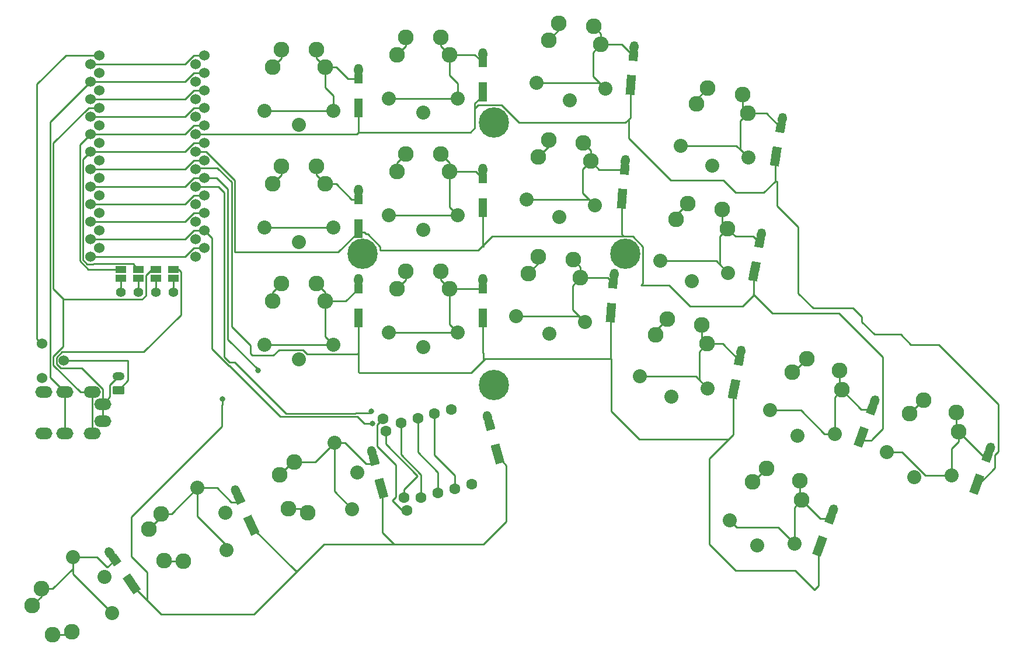
<source format=gbr>
%TF.GenerationSoftware,KiCad,Pcbnew,(6.0.4)*%
%TF.CreationDate,2022-06-17T15:21:08+10:00*%
%TF.ProjectId,luna,6c756e61-2e6b-4696-9361-645f70636258,rev?*%
%TF.SameCoordinates,Original*%
%TF.FileFunction,Copper,L1,Top*%
%TF.FilePolarity,Positive*%
%FSLAX46Y46*%
G04 Gerber Fmt 4.6, Leading zero omitted, Abs format (unit mm)*
G04 Created by KiCad (PCBNEW (6.0.4)) date 2022-06-17 15:21:08*
%MOMM*%
%LPD*%
G01*
G04 APERTURE LIST*
G04 Aperture macros list*
%AMRoundRect*
0 Rectangle with rounded corners*
0 $1 Rounding radius*
0 $2 $3 $4 $5 $6 $7 $8 $9 X,Y pos of 4 corners*
0 Add a 4 corners polygon primitive as box body*
4,1,4,$2,$3,$4,$5,$6,$7,$8,$9,$2,$3,0*
0 Add four circle primitives for the rounded corners*
1,1,$1+$1,$2,$3*
1,1,$1+$1,$4,$5*
1,1,$1+$1,$6,$7*
1,1,$1+$1,$8,$9*
0 Add four rect primitives between the rounded corners*
20,1,$1+$1,$2,$3,$4,$5,0*
20,1,$1+$1,$4,$5,$6,$7,0*
20,1,$1+$1,$6,$7,$8,$9,0*
20,1,$1+$1,$8,$9,$2,$3,0*%
%AMHorizOval*
0 Thick line with rounded ends*
0 $1 width*
0 $2 $3 position (X,Y) of the first rounded end (center of the circle)*
0 $4 $5 position (X,Y) of the second rounded end (center of the circle)*
0 Add line between two ends*
20,1,$1,$2,$3,$4,$5,0*
0 Add two circle primitives to create the rounded ends*
1,1,$1,$2,$3*
1,1,$1,$4,$5*%
%AMRotRect*
0 Rectangle, with rotation*
0 The origin of the aperture is its center*
0 $1 length*
0 $2 width*
0 $3 Rotation angle, in degrees counterclockwise*
0 Add horizontal line*
21,1,$1,$2,0,0,$3*%
G04 Aperture macros list end*
%TA.AperFunction,ComponentPad*%
%ADD10RotRect,1.778000X1.300000X115.000000*%
%TD*%
%TA.AperFunction,SMDPad,CuDef*%
%ADD11RotRect,1.400000X1.300000X295.000000*%
%TD*%
%TA.AperFunction,ComponentPad*%
%ADD12HorizOval,1.300000X-0.101006X0.216608X0.101006X-0.216608X0*%
%TD*%
%TA.AperFunction,SMDPad,CuDef*%
%ADD13RotRect,1.400000X1.300000X250.000000*%
%TD*%
%TA.AperFunction,ComponentPad*%
%ADD14RotRect,1.778000X1.300000X70.000000*%
%TD*%
%TA.AperFunction,ComponentPad*%
%ADD15HorizOval,1.300000X0.081743X0.224587X-0.081743X-0.224587X0*%
%TD*%
%TA.AperFunction,SMDPad,CuDef*%
%ADD16RotRect,1.400000X1.300000X260.000000*%
%TD*%
%TA.AperFunction,ComponentPad*%
%ADD17RotRect,1.778000X1.300000X80.000000*%
%TD*%
%TA.AperFunction,ComponentPad*%
%ADD18HorizOval,1.300000X0.041502X0.235369X-0.041502X-0.235369X0*%
%TD*%
%TA.AperFunction,ComponentPad*%
%ADD19C,2.286000*%
%TD*%
%TA.AperFunction,ComponentPad*%
%ADD20C,2.032000*%
%TD*%
%TA.AperFunction,SMDPad,CuDef*%
%ADD21RotRect,1.400000X1.300000X265.000000*%
%TD*%
%TA.AperFunction,ComponentPad*%
%ADD22RotRect,1.778000X1.300000X85.000000*%
%TD*%
%TA.AperFunction,ComponentPad*%
%ADD23HorizOval,1.300000X0.020830X0.238091X-0.020830X-0.238091X0*%
%TD*%
%TA.AperFunction,ComponentPad*%
%ADD24R,1.300000X1.778000*%
%TD*%
%TA.AperFunction,SMDPad,CuDef*%
%ADD25R,1.300000X1.400000*%
%TD*%
%TA.AperFunction,ComponentPad*%
%ADD26O,1.300000X1.778000*%
%TD*%
%TA.AperFunction,SMDPad,CuDef*%
%ADD27RotRect,1.400000X1.300000X305.000000*%
%TD*%
%TA.AperFunction,ComponentPad*%
%ADD28RotRect,1.778000X1.300000X125.000000*%
%TD*%
%TA.AperFunction,ComponentPad*%
%ADD29HorizOval,1.300000X-0.137085X0.195777X0.137085X-0.195777X0*%
%TD*%
%TA.AperFunction,ComponentPad*%
%ADD30RotRect,1.778000X1.300000X105.000000*%
%TD*%
%TA.AperFunction,SMDPad,CuDef*%
%ADD31RotRect,1.400000X1.300000X285.000000*%
%TD*%
%TA.AperFunction,ComponentPad*%
%ADD32HorizOval,1.300000X-0.061858X0.230856X0.061858X-0.230856X0*%
%TD*%
%TA.AperFunction,ComponentPad*%
%ADD33O,2.500000X1.700000*%
%TD*%
%TA.AperFunction,ComponentPad*%
%ADD34C,1.524000*%
%TD*%
%TA.AperFunction,SMDPad,CuDef*%
%ADD35R,1.500000X1.000000*%
%TD*%
%TA.AperFunction,ComponentPad*%
%ADD36C,4.400000*%
%TD*%
%TA.AperFunction,ComponentPad*%
%ADD37C,1.600000*%
%TD*%
%TA.AperFunction,ComponentPad*%
%ADD38C,1.397000*%
%TD*%
%TA.AperFunction,ComponentPad*%
%ADD39RoundRect,0.250000X0.625000X-0.350000X0.625000X0.350000X-0.625000X0.350000X-0.625000X-0.350000X0*%
%TD*%
%TA.AperFunction,ComponentPad*%
%ADD40O,1.750000X1.200000*%
%TD*%
%TA.AperFunction,ViaPad*%
%ADD41C,0.800000*%
%TD*%
%TA.AperFunction,Conductor*%
%ADD42C,0.250000*%
%TD*%
G04 APERTURE END LIST*
D10*
%TO.P,D8,1,K*%
%TO.N,ROW3*%
X124542789Y-131782552D03*
D11*
X124025081Y-130672325D03*
D12*
%TO.P,D8,2,A*%
%TO.N,Net-(D8-Pad2)*%
X122007079Y-126344706D03*
D11*
X122524787Y-127454933D03*
%TD*%
D13*
%TO.P,D19,1,K*%
%TO.N,ROW0*%
X229768615Y-124694841D03*
D14*
X229349641Y-125845965D03*
D13*
%TO.P,D19,2,A*%
%TO.N,Net-(D19-Pad2)*%
X230982787Y-121358933D03*
D15*
X231401761Y-120207809D03*
%TD*%
D16*
%TO.P,D14,1,K*%
%TO.N,ROW1*%
X197387616Y-93803390D03*
D17*
X197174897Y-95009779D03*
D16*
%TO.P,D14,2,A*%
%TO.N,Net-(D14-Pad2)*%
X198004068Y-90307322D03*
D18*
X198216787Y-89100933D03*
%TD*%
D19*
%TO.P,S4,1,1*%
%TO.N,COL0*%
X95436379Y-147181347D03*
X98245467Y-146764786D03*
D20*
X102973784Y-138802832D03*
%TO.P,S4,2,2*%
%TO.N,Net-(D4-Pad2)*%
X98385683Y-135911582D03*
D19*
X92522610Y-143020055D03*
X93874815Y-140522848D03*
D20*
X104121447Y-144103103D03*
%TD*%
D19*
%TO.P,S3,1,1*%
%TO.N,COL0*%
X127396787Y-98802933D03*
D20*
X131206787Y-107242933D03*
D19*
X128666787Y-96262933D03*
%TO.P,S3,2,2*%
%TO.N,Net-(D3-Pad2)*%
X135016787Y-98802933D03*
D20*
X126206787Y-105142933D03*
X136206787Y-105142933D03*
D19*
X133746787Y-96262933D03*
%TD*%
D21*
%TO.P,D11,1,K*%
%TO.N,ROW2*%
X176472086Y-99759179D03*
D22*
X176365320Y-100979517D03*
D21*
%TO.P,D11,2,A*%
%TO.N,Net-(D11-Pad2)*%
X176781488Y-96222687D03*
D23*
X176888254Y-95002349D03*
%TD*%
D24*
%TO.P,D6,1,K*%
%TO.N,ROW1*%
X157830787Y-85747933D03*
D25*
X157830787Y-84522933D03*
D26*
%TO.P,D6,2,A*%
%TO.N,Net-(D6-Pad2)*%
X157830787Y-79747933D03*
D25*
X157830787Y-80972933D03*
%TD*%
D14*
%TO.P,D17,1,K*%
%TO.N,ROW1*%
X212585641Y-118987965D03*
D13*
X213004615Y-117836841D03*
D15*
%TO.P,D17,2,A*%
%TO.N,sw25*%
X214637761Y-113349809D03*
D13*
X214218787Y-114500933D03*
%TD*%
D27*
%TO.P,D4,1,K*%
%TO.N,ROW3*%
X106526983Y-139252923D03*
D28*
X107229614Y-140256384D03*
D27*
%TO.P,D4,2,A*%
%TO.N,Net-(D4-Pad2)*%
X104490787Y-136344933D03*
D29*
X103788156Y-135341472D03*
%TD*%
D19*
%TO.P,S1,1,1*%
%TO.N,COL0*%
X128666787Y-62262933D03*
D20*
X131206787Y-73242933D03*
D19*
X127396787Y-64802933D03*
%TO.P,S1,2,2*%
%TO.N,Net-(D1-Pad2)*%
X133746787Y-62262933D03*
X135016787Y-64802933D03*
D20*
X126206787Y-71142933D03*
X136206787Y-71142933D03*
%TD*%
D13*
%TO.P,D18,1,K*%
%TO.N,ROW2*%
X207007701Y-133694887D03*
D14*
X206588727Y-134846011D03*
D15*
%TO.P,D18,2,A*%
%TO.N,Net-(D18-Pad2)*%
X208640847Y-129207855D03*
D13*
X208221873Y-130358979D03*
%TD*%
D24*
%TO.P,D5,1,K*%
%TO.N,ROW0*%
X157830787Y-68938933D03*
D25*
X157830787Y-67713933D03*
D26*
%TO.P,D5,2,A*%
%TO.N,Net-(D5-Pad2)*%
X157830787Y-62938933D03*
D25*
X157830787Y-64163933D03*
%TD*%
D19*
%TO.P,S6,1,1*%
%TO.N,COL1*%
X146666787Y-77487242D03*
X145396787Y-80027242D03*
D20*
X149206787Y-88467242D03*
%TO.P,S6,2,2*%
%TO.N,Net-(D6-Pad2)*%
X154206787Y-86367242D03*
D19*
X151746787Y-77487242D03*
D20*
X144206787Y-86367242D03*
D19*
X153016787Y-80027242D03*
%TD*%
D20*
%TO.P,S17,1,1*%
%TO.N,COL4*%
X203468081Y-118320186D03*
D19*
X204836643Y-107133630D03*
X202774502Y-109086084D03*
D20*
%TO.P,S17,2,2*%
%TO.N,sw25*%
X208884787Y-118056933D03*
D19*
X209934960Y-111692277D03*
D20*
X199487860Y-114636731D03*
D19*
X209610283Y-108871093D03*
%TD*%
D22*
%TO.P,D10,1,K*%
%TO.N,ROW1*%
X177988619Y-84459763D03*
D21*
X178095385Y-83239425D03*
D23*
%TO.P,D10,2,A*%
%TO.N,Net-(D10-Pad2)*%
X178511553Y-78482595D03*
D21*
X178404787Y-79702933D03*
%TD*%
D20*
%TO.P,S12,1,1*%
%TO.N,COL2*%
X139653749Y-123641901D03*
D19*
X132487436Y-129506511D03*
X129705284Y-128937185D03*
D20*
%TO.P,S12,2,2*%
%TO.N,Net-(D12-Pad2)*%
X138919400Y-129015050D03*
D19*
X130515235Y-122146156D03*
D20*
X136331210Y-119355791D03*
D19*
X128390483Y-124030282D03*
%TD*%
D20*
%TO.P,S10,1,1*%
%TO.N,COL2*%
X168976544Y-86575629D03*
D19*
X167403180Y-75416035D03*
X165916637Y-77835682D03*
%TO.P,S10,2,2*%
%TO.N,Net-(D10-Pad2)*%
X173507640Y-78499809D03*
D20*
X164178598Y-84047841D03*
D19*
X172463849Y-75858787D03*
D20*
X174140545Y-84919399D03*
%TD*%
D22*
%TO.P,D9,1,K*%
%TO.N,ROW0*%
X179258619Y-67949763D03*
D21*
X179365385Y-66729425D03*
D23*
%TO.P,D9,2,A*%
%TO.N,Net-(D9-Pad2)*%
X179781553Y-61972595D03*
D21*
X179674787Y-63192933D03*
%TD*%
D30*
%TO.P,D16,1,K*%
%TO.N,ROW3*%
X160131244Y-121462710D03*
D31*
X159814191Y-120279451D03*
D32*
%TO.P,D16,2,A*%
%TO.N,Net-(D16-Pad2)*%
X158578330Y-115667156D03*
D31*
X158895383Y-116850415D03*
%TD*%
D19*
%TO.P,S7,1,1*%
%TO.N,COL1*%
X145396787Y-97027242D03*
D20*
X149206787Y-105467242D03*
D19*
X146666787Y-94487242D03*
%TO.P,S7,2,2*%
%TO.N,Net-(D7-Pad2)*%
X151746787Y-94487242D03*
X153016787Y-97027242D03*
D20*
X154206787Y-103367242D03*
X144206787Y-103367242D03*
%TD*%
D33*
%TO.P,J1,1*%
%TO.N,VCC*%
X101234000Y-117964000D03*
X101234000Y-112014000D03*
%TO.P,J1,2*%
%TO.N,SERIAL*%
X97234000Y-117964000D03*
X97234000Y-112014000D03*
%TO.P,J1,3*%
%TO.N,unconnected-(J1-Pad3)*%
X94234000Y-112014000D03*
X94234000Y-117964000D03*
%TO.P,J1,4*%
%TO.N,GND*%
X102734000Y-116214000D03*
X102734000Y-113764000D03*
%TD*%
D31*
%TO.P,D12,1,K*%
%TO.N,ROW3*%
X143001595Y-125295969D03*
D30*
X143318648Y-126479228D03*
D31*
%TO.P,D12,2,A*%
%TO.N,Net-(D12-Pad2)*%
X142082787Y-121866933D03*
D32*
X141765734Y-120683674D03*
%TD*%
D19*
%TO.P,S18,1,1*%
%TO.N,COL4*%
X196960159Y-125060860D03*
D20*
X197653738Y-134294962D03*
D19*
X199022300Y-123108406D03*
%TO.P,S18,2,2*%
%TO.N,Net-(D18-Pad2)*%
X204120617Y-127667053D03*
D20*
X193673517Y-130611507D03*
D19*
X203795939Y-124845869D03*
D20*
X203070444Y-134031709D03*
%TD*%
D34*
%TO.P,SW2,1,A*%
%TO.N,BAT+*%
X93904000Y-104942000D03*
%TO.P,SW2,2,B*%
%TO.N,Net-(J3-Pad1)*%
X97104000Y-107442000D03*
%TO.P,SW2,3*%
%TO.N,N/C*%
X93904000Y-109942000D03*
%TD*%
D19*
%TO.P,S5,1,1*%
%TO.N,COL1*%
X145396787Y-63027242D03*
D20*
X149206787Y-71467242D03*
D19*
X146666787Y-60487242D03*
%TO.P,S5,2,2*%
%TO.N,Net-(D5-Pad2)*%
X153016787Y-63027242D03*
X151746787Y-60487242D03*
D20*
X154206787Y-69367242D03*
X144206787Y-69367242D03*
%TD*%
%TO.P,S2,1,1*%
%TO.N,COL0*%
X131206787Y-90242933D03*
D19*
X128666787Y-79262933D03*
X127396787Y-81802933D03*
%TO.P,S2,2,2*%
%TO.N,Net-(D2-Pad2)*%
X133746787Y-79262933D03*
D20*
X126206787Y-88142933D03*
X136206787Y-88142933D03*
D19*
X135016787Y-81802933D03*
%TD*%
D35*
%TO.P,JP5,1,A*%
%TO.N,GND*%
X113030000Y-94204000D03*
%TO.P,JP5,2,B*%
%TO.N,Net-(J2-Pad4)*%
X113030000Y-95504000D03*
%TD*%
%TO.P,JP3,1,A*%
%TO.N,Net-(J2-Pad3)*%
X110490000Y-95504000D03*
%TO.P,JP3,2,B*%
%TO.N,VCC*%
X110490000Y-94204000D03*
%TD*%
D19*
%TO.P,S19,1,1*%
%TO.N,COL4*%
X221789728Y-113183892D03*
X219727587Y-115136346D03*
D20*
X220421166Y-124370448D03*
%TO.P,S19,2,2*%
%TO.N,Net-(D19-Pad2)*%
X216440945Y-120686993D03*
X225837872Y-124107195D03*
D19*
X226563367Y-114921355D03*
X226888045Y-117742539D03*
%TD*%
D25*
%TO.P,D1,1,K*%
%TO.N,ROW0*%
X139796787Y-70044933D03*
D24*
X139796787Y-71269933D03*
D25*
%TO.P,D1,2,A*%
%TO.N,Net-(D1-Pad2)*%
X139796787Y-66494933D03*
D26*
X139796787Y-65269933D03*
%TD*%
D36*
%TO.P,REF\u002A\u002A,1*%
%TO.N,N/C*%
X159512000Y-110998000D03*
X178562000Y-91948000D03*
X140462000Y-91948000D03*
X159512000Y-72898000D03*
%TD*%
D20*
%TO.P,S9,1,1*%
%TO.N,COL2*%
X170458193Y-69640319D03*
D19*
X168884829Y-58480725D03*
X167398286Y-60900372D03*
D20*
%TO.P,S9,2,2*%
%TO.N,Net-(D9-Pad2)*%
X175622194Y-67984089D03*
D19*
X174989289Y-61564499D03*
X173945498Y-58923477D03*
D20*
X165660247Y-67112531D03*
%TD*%
D25*
%TO.P,D2,1,K*%
%TO.N,ROW1*%
X139796787Y-87573933D03*
D24*
X139796787Y-88798933D03*
D25*
%TO.P,D2,2,A*%
%TO.N,Net-(D2-Pad2)*%
X139796787Y-84023933D03*
D26*
X139796787Y-82798933D03*
%TD*%
D37*
%TO.P,S16,A*%
%TO.N,Enc1*%
X148882188Y-127338195D03*
%TO.P,S16,B*%
%TO.N,GND*%
X151335639Y-126680795D03*
%TO.P,S16,C*%
%TO.N,Enc2*%
X153789091Y-126023395D03*
%TO.P,S16,D*%
%TO.N,N/C*%
X156242543Y-125365994D03*
%TO.P,S16,S1*%
%TO.N,Net-(D16-Pad2)*%
X146890678Y-129140032D03*
%TO.P,S16,S2*%
%TO.N,COL3*%
X146411863Y-127353069D03*
%TD*%
D19*
%TO.P,S8,1,1*%
%TO.N,COL1*%
X111621079Y-136498995D03*
X114459826Y-136576555D03*
D20*
X120498888Y-129556624D03*
D19*
%TO.P,S8,2,2*%
%TO.N,Net-(D8-Pad2)*%
X109474178Y-131894951D03*
D20*
X116482550Y-125912584D03*
X120708733Y-134975662D03*
D19*
X111239475Y-129670490D03*
%TD*%
D38*
%TO.P,J2,1,Pin_1*%
%TO.N,Net-(J2-Pad1)*%
X105410000Y-97536000D03*
%TO.P,J2,2,Pin_2*%
%TO.N,Net-(J2-Pad2)*%
X107950000Y-97536000D03*
%TO.P,J2,3,Pin_3*%
%TO.N,Net-(J2-Pad3)*%
X110490000Y-97536000D03*
%TO.P,J2,4,Pin_4*%
%TO.N,Net-(J2-Pad4)*%
X113030000Y-97536000D03*
%TD*%
D25*
%TO.P,D3,1,K*%
%TO.N,ROW2*%
X139796787Y-100527933D03*
D24*
X139796787Y-101752933D03*
D25*
%TO.P,D3,2,A*%
%TO.N,Net-(D3-Pad2)*%
X139796787Y-96977933D03*
D26*
X139796787Y-95752933D03*
%TD*%
D34*
%TO.P,U11,1,TX0/D3*%
%TO.N,NA*%
X117488900Y-63119000D03*
X100942500Y-64389000D03*
%TO.P,U11,2,RX1/D2*%
%TO.N,SERIAL*%
X100942500Y-66929000D03*
X117488900Y-65659000D03*
%TO.P,U11,3,GND*%
%TO.N,GND*%
X100942500Y-69469000D03*
X117488900Y-68199000D03*
%TO.P,U11,4,GND*%
X100942500Y-72009000D03*
X117488900Y-70739000D03*
%TO.P,U11,5,2/D1/SDA*%
%TO.N,SDA*%
X100942500Y-74549000D03*
X117488900Y-73279000D03*
%TO.P,U11,6,3/D0/SCL*%
%TO.N,SCL*%
X117488900Y-75819000D03*
X100942500Y-77089000D03*
%TO.P,U11,7,4/D4*%
%TO.N,N/C*%
X100942500Y-79629000D03*
X117488900Y-78359000D03*
%TO.P,U11,8,5/C6*%
%TO.N,ROW3*%
X100942500Y-82169000D03*
X117488900Y-80899000D03*
%TO.P,U11,9,6/D7*%
%TO.N,TP_DATA*%
X117488900Y-83439000D03*
X100942500Y-84709000D03*
%TO.P,U11,10,7/E6*%
%TO.N,TP_CLK*%
X117488900Y-85979000D03*
X100942500Y-87249000D03*
%TO.P,U11,11,8/B4*%
%TO.N,Enc1*%
X100942500Y-89789000D03*
X117488900Y-88519000D03*
%TO.P,U11,12,9/B5*%
%TO.N,COL4*%
X117488900Y-91059000D03*
X100942500Y-92329000D03*
%TO.P,U11,13,B6/10*%
%TO.N,COL3*%
X102268900Y-91059000D03*
X116182500Y-92329000D03*
%TO.P,U11,14,B2/16*%
%TO.N,COL2*%
X102268900Y-88519000D03*
X116182500Y-89789000D03*
%TO.P,U11,15,B3/14*%
%TO.N,COL1*%
X102268900Y-85979000D03*
X116182500Y-87249000D03*
%TO.P,U11,16,B1/15*%
%TO.N,COL0*%
X102268900Y-83439000D03*
X116182500Y-84709000D03*
%TO.P,U11,17,F7/A0*%
%TO.N,Enc2*%
X116182500Y-82169000D03*
X102268900Y-80899000D03*
%TO.P,U11,18,F6/A1*%
%TO.N,ROW2*%
X102268900Y-78359000D03*
X116182500Y-79629000D03*
%TO.P,U11,19,F5/A2*%
%TO.N,ROW1*%
X116182500Y-77089000D03*
X102268900Y-75819000D03*
%TO.P,U11,20,F4/A3*%
%TO.N,ROW0*%
X116182500Y-74549000D03*
X102268900Y-73279000D03*
%TO.P,U11,21,VCC*%
%TO.N,VCC*%
X116182500Y-72009000D03*
X102268900Y-70739000D03*
%TO.P,U11,22,RST*%
%TO.N,RESET*%
X116182500Y-69469000D03*
X102268900Y-68199000D03*
%TO.P,U11,23,GND*%
%TO.N,GND*%
X116182500Y-66929000D03*
X102268900Y-65659000D03*
%TO.P,U11,24,RAW*%
%TO.N,BAT+*%
X116182500Y-64389000D03*
X102268900Y-63119000D03*
%TD*%
D25*
%TO.P,D7,1,K*%
%TO.N,ROW2*%
X157830787Y-100524933D03*
D24*
X157830787Y-101749933D03*
D26*
%TO.P,D7,2,A*%
%TO.N,Net-(D7-Pad2)*%
X157830787Y-95749933D03*
D25*
X157830787Y-96974933D03*
%TD*%
D39*
%TO.P,J3,1,Pin_1*%
%TO.N,Net-(J3-Pad1)*%
X104992000Y-111744000D03*
D40*
%TO.P,J3,2,Pin_2*%
%TO.N,GND*%
X104992000Y-109744000D03*
%TD*%
D19*
%TO.P,S15,1,1*%
%TO.N,COL3*%
X182905698Y-103673385D03*
D20*
X185192225Y-112646762D03*
D19*
X184597470Y-101392506D03*
D20*
%TO.P,S15,2,2*%
%TO.N,Net-(D15-Pad2)*%
X180632847Y-109710425D03*
D19*
X190409933Y-104996584D03*
X189600293Y-102274639D03*
D20*
X190480925Y-111446906D03*
%TD*%
%TO.P,S11,1,1*%
%TO.N,COL2*%
X167494898Y-103510938D03*
D19*
X164434991Y-94770991D03*
X165921534Y-92351344D03*
D20*
%TO.P,S11,2,2*%
%TO.N,Net-(D11-Pad2)*%
X172658899Y-101854708D03*
D19*
X170982203Y-92794096D03*
D20*
X162696952Y-100983150D03*
D19*
X172025994Y-95435118D03*
%TD*%
%TO.P,S14,1,1*%
%TO.N,COL3*%
X185857718Y-86931654D03*
X187549490Y-84650775D03*
D20*
X188144245Y-95905031D03*
%TO.P,S14,2,2*%
%TO.N,Net-(D14-Pad2)*%
X183584867Y-92968694D03*
X193432945Y-94705175D03*
D19*
X193361953Y-88254853D03*
X192552313Y-85532908D03*
%TD*%
D20*
%TO.P,S13,1,1*%
%TO.N,COL3*%
X191096263Y-79163299D03*
D19*
X190501508Y-67909043D03*
X188809736Y-70189922D03*
D20*
%TO.P,S13,2,2*%
%TO.N,Net-(D13-Pad2)*%
X186536885Y-76226962D03*
D19*
X195504331Y-68791176D03*
X196313971Y-71513121D03*
D20*
X196384963Y-77963443D03*
%TD*%
D16*
%TO.P,D13,1,K*%
%TO.N,ROW0*%
X200461429Y-77103001D03*
D17*
X200248710Y-78309390D03*
D18*
%TO.P,D13,2,A*%
%TO.N,Net-(D13-Pad2)*%
X201290600Y-72400544D03*
D16*
X201077881Y-73606933D03*
%TD*%
D35*
%TO.P,JP7,1,A*%
%TO.N,SCL*%
X107950000Y-94204000D03*
%TO.P,JP7,2,B*%
%TO.N,Net-(J2-Pad2)*%
X107950000Y-95504000D03*
%TD*%
D17*
%TO.P,D15,1,K*%
%TO.N,ROW2*%
X194206100Y-112091390D03*
D16*
X194418819Y-110885001D03*
%TO.P,D15,2,A*%
%TO.N,Net-(D15-Pad2)*%
X195035271Y-107388933D03*
D18*
X195247990Y-106182544D03*
%TD*%
D35*
%TO.P,JP1,1,A*%
%TO.N,Net-(J2-Pad1)*%
X105410000Y-95504000D03*
%TO.P,JP1,2,B*%
%TO.N,SDA*%
X105410000Y-94204000D03*
%TD*%
D37*
%TO.P,S16,A*%
%TO.N,Enc1*%
X145970473Y-116471530D03*
%TO.P,S16,B*%
%TO.N,GND*%
X148423925Y-115814129D03*
%TO.P,S16,C*%
%TO.N,Enc2*%
X150877377Y-115156729D03*
%TO.P,S16,D*%
%TO.N,N/C*%
X153330828Y-114499329D03*
%TO.P,S16,S1*%
%TO.N,Net-(D16-Pad2)*%
X143344857Y-115906848D03*
%TO.P,S16,S2*%
%TO.N,COL3*%
X143823673Y-117693811D03*
%TD*%
D41*
%TO.N,ROW3*%
X125293830Y-108866655D03*
X120142000Y-113030000D03*
%TO.N,Enc1*%
X141836724Y-116553721D03*
%TO.N,Enc2*%
X141732000Y-114808000D03*
%TD*%
D42*
%TO.N,ROW0*%
X203454000Y-87899414D02*
X203454000Y-87884000D01*
X203573293Y-88018707D02*
X203454000Y-87899414D01*
X200563290Y-84993290D02*
X203454000Y-87884000D01*
X200563290Y-81437290D02*
X200563290Y-84993290D01*
X219964000Y-105156000D02*
X224028000Y-105156000D01*
X218449371Y-103641371D02*
X219964000Y-105156000D01*
X214639371Y-103641371D02*
X218449371Y-103641371D01*
X212852000Y-101854000D02*
X214639371Y-103641371D01*
X212852000Y-101097601D02*
X212852000Y-101854000D01*
X211580686Y-99826287D02*
X212852000Y-101097601D01*
X205744287Y-99826287D02*
X211580686Y-99826287D01*
X203573293Y-88018707D02*
X203573293Y-97655293D01*
X200248710Y-81437290D02*
X200563290Y-81437290D01*
X203573293Y-97655293D02*
X205744287Y-99826287D01*
X232664000Y-113792000D02*
X232664000Y-118364000D01*
X224025127Y-105153127D02*
X232664000Y-113792000D01*
%TO.N,VCC*%
X95567969Y-108078246D02*
X95567969Y-106805754D01*
X95567969Y-75846971D02*
X100675940Y-70739000D01*
X109024511Y-97985489D02*
X108450989Y-98559011D01*
X100675940Y-70739000D02*
X102268900Y-70739000D01*
X97098980Y-98559011D02*
X95567969Y-97028000D01*
X101234000Y-112014000D02*
X99503723Y-112014000D01*
X97028000Y-105345723D02*
X97028000Y-98552000D01*
X95567969Y-97028000D02*
X95567969Y-75846971D01*
X101234000Y-117964000D02*
X101209480Y-117939480D01*
X95567969Y-106805754D02*
X96709723Y-105664000D01*
X108450989Y-98559011D02*
X97098980Y-98559011D01*
X96709723Y-105664000D02*
X97028000Y-105345723D01*
X99503723Y-112014000D02*
X95567969Y-108078246D01*
X110490000Y-94204000D02*
X109890978Y-94204000D01*
X109890978Y-94204000D02*
X109024511Y-95070467D01*
X109024511Y-95070467D02*
X109024511Y-97985489D01*
X101209480Y-112038520D02*
X101234000Y-112014000D01*
X101209480Y-117939480D02*
X101209480Y-112038520D01*
%TO.N,ROW0*%
X116216944Y-74583444D02*
X116182500Y-74549000D01*
X157830787Y-68938933D02*
X156718000Y-70051720D01*
X232664000Y-118110000D02*
X232664000Y-120650000D01*
X198628000Y-83058000D02*
X194564000Y-83058000D01*
X200248710Y-78309390D02*
X200248710Y-81437290D01*
X157226000Y-70358000D02*
X156718000Y-70866000D01*
X156718000Y-70051720D02*
X156718000Y-73660000D01*
X179258619Y-72201381D02*
X178562000Y-72898000D01*
X160542199Y-70358000D02*
X157226000Y-70358000D01*
X232157521Y-123038085D02*
X232157521Y-121156479D01*
X179258619Y-67949763D02*
X179258619Y-72201381D01*
X194564000Y-83058000D02*
X192786000Y-81280000D01*
X139796787Y-74325213D02*
X156052787Y-74325213D01*
X139796787Y-74325213D02*
X139538556Y-74583444D01*
X139796787Y-71269933D02*
X139796787Y-74325213D01*
X179070000Y-75184000D02*
X179070000Y-72390000D01*
X232664000Y-120650000D02*
X232156000Y-121158000D01*
X192786000Y-81280000D02*
X185166000Y-81280000D01*
X163082199Y-72898000D02*
X160542199Y-70358000D01*
X185166000Y-81280000D02*
X179070000Y-75184000D01*
X139538556Y-74583444D02*
X116216944Y-74583444D01*
X156052787Y-74325213D02*
X156718000Y-73660000D01*
X156718000Y-73660000D02*
X156718000Y-73152000D01*
X200248710Y-81437290D02*
X198628000Y-83058000D01*
X229349641Y-125845965D02*
X232157521Y-123038085D01*
X178562000Y-72898000D02*
X163082199Y-72898000D01*
%TO.N,Net-(D1-Pad2)*%
X138325233Y-66494933D02*
X139796787Y-66494933D01*
X135016787Y-64802933D02*
X133746787Y-63532933D01*
X135016787Y-64802933D02*
X135016787Y-67805941D01*
X136206787Y-68995941D02*
X136206787Y-71142933D01*
X136206787Y-71142933D02*
X126206787Y-71142933D01*
X133746787Y-63532933D02*
X133746787Y-62262933D01*
X135016787Y-64802933D02*
X136633233Y-64802933D01*
X136633233Y-64802933D02*
X138325233Y-66494933D01*
X135016787Y-67805941D02*
X136206787Y-68995941D01*
%TO.N,ROW1*%
X136901720Y-91694000D02*
X121920000Y-91694000D01*
X179592199Y-89408000D02*
X178308000Y-89408000D01*
X140970000Y-89072146D02*
X141156345Y-89072146D01*
X180848000Y-96520000D02*
X181086511Y-96281489D01*
X212585641Y-118987965D02*
X214260035Y-118987965D01*
X181086511Y-96281489D02*
X181086511Y-90902312D01*
X178308000Y-89408000D02*
X177988619Y-89088619D01*
X184912000Y-96520000D02*
X180848000Y-96520000D01*
X199898000Y-100584000D02*
X197104000Y-97790000D01*
X141156345Y-89072146D02*
X143002000Y-90917801D01*
X159258000Y-89408000D02*
X178308000Y-89408000D01*
X209550000Y-100584000D02*
X201930000Y-100584000D01*
X117755460Y-77089000D02*
X116182500Y-77089000D01*
X140696787Y-88798933D02*
X140970000Y-89072146D01*
X157830787Y-90774787D02*
X157988000Y-90932000D01*
X143002000Y-90917801D02*
X143002000Y-91440000D01*
X121920000Y-81253540D02*
X117755460Y-77089000D01*
X197174897Y-97973103D02*
X195580000Y-99568000D01*
X214376000Y-118872000D02*
X215900000Y-117348000D01*
X187960000Y-99568000D02*
X184912000Y-96520000D01*
X215900000Y-106934000D02*
X214630000Y-105664000D01*
X201930000Y-100584000D02*
X199898000Y-100584000D01*
X121920000Y-91694000D02*
X121920000Y-81253540D01*
X214630000Y-105664000D02*
X209550000Y-100584000D01*
X139796787Y-88798933D02*
X140696787Y-88798933D01*
X177988619Y-89088619D02*
X177988619Y-84459763D01*
X157226000Y-91440000D02*
X159258000Y-89408000D01*
X215900000Y-117348000D02*
X215900000Y-106934000D01*
X195580000Y-99568000D02*
X187960000Y-99568000D01*
X181086511Y-90902312D02*
X179592199Y-89408000D01*
X157830787Y-85747933D02*
X157830787Y-90774787D01*
X214260035Y-118987965D02*
X214376000Y-118872000D01*
X139796787Y-88798933D02*
X136901720Y-91694000D01*
X143002000Y-91440000D02*
X157226000Y-91440000D01*
X197174897Y-95009779D02*
X197174897Y-97973103D01*
%TO.N,Net-(D2-Pad2)*%
X138854233Y-84023933D02*
X139796787Y-84023933D01*
X126206787Y-88142933D02*
X136206787Y-88142933D01*
X133746787Y-80532933D02*
X133746787Y-79262933D01*
X135016787Y-81802933D02*
X133746787Y-80532933D01*
X136633233Y-81802933D02*
X138854233Y-84023933D01*
X135016787Y-81802933D02*
X136633233Y-81802933D01*
%TO.N,ROW2*%
X139796787Y-106329213D02*
X139796787Y-109062787D01*
X157830787Y-101749933D02*
X157830787Y-106268787D01*
X176530000Y-114808000D02*
X180594000Y-118872000D01*
X121470480Y-102512430D02*
X121470480Y-81534000D01*
X190754000Y-134112000D02*
X194564000Y-137922000D01*
X139642556Y-106483444D02*
X132343068Y-106483444D01*
X139796787Y-106329213D02*
X139642556Y-106483444D01*
X124460000Y-106680000D02*
X124206000Y-106426000D01*
X157988000Y-106426000D02*
X157988000Y-107442000D01*
X158242000Y-107188000D02*
X176276000Y-107188000D01*
X156210000Y-109220000D02*
X157988000Y-107442000D01*
X205994000Y-140716000D02*
X206588727Y-140121273D01*
X194206100Y-112091390D02*
X194206100Y-118213900D01*
X124206000Y-105247950D02*
X121470480Y-102512430D01*
X157830787Y-106268787D02*
X157988000Y-106426000D01*
X124206000Y-106426000D02*
X124206000Y-105247950D01*
X180594000Y-118872000D02*
X193548000Y-118872000D01*
X132343068Y-106483444D02*
X131762046Y-105902422D01*
X119381991Y-79445511D02*
X116896489Y-79445511D01*
X139796787Y-101752933D02*
X139796787Y-106329213D01*
X127508000Y-106680000D02*
X124460000Y-106680000D01*
X176365320Y-107098680D02*
X176530000Y-107263360D01*
X139954000Y-109220000D02*
X156210000Y-109220000D01*
X193548000Y-118872000D02*
X190754000Y-121666000D01*
X116896489Y-79445511D02*
X116840000Y-79502000D01*
X190754000Y-121666000D02*
X190754000Y-134112000D01*
X157988000Y-107442000D02*
X158242000Y-107188000D01*
X131762046Y-105902422D02*
X128285578Y-105902422D01*
X139796787Y-109062787D02*
X139954000Y-109220000D01*
X176365320Y-107098680D02*
X176276000Y-107188000D01*
X194206100Y-118213900D02*
X193548000Y-118872000D01*
X194564000Y-137922000D02*
X203200000Y-137922000D01*
X203200000Y-137922000D02*
X205994000Y-140716000D01*
X176365320Y-100979517D02*
X176365320Y-107098680D01*
X121470480Y-81534000D02*
X119381991Y-79445511D01*
X176530000Y-107263360D02*
X176530000Y-114808000D01*
X206588727Y-140121273D02*
X206588727Y-134846011D01*
X128285578Y-105902422D02*
X127508000Y-106680000D01*
%TO.N,Net-(D3-Pad2)*%
X136206787Y-105142933D02*
X126206787Y-105142933D01*
X137971787Y-98802933D02*
X139796787Y-96977933D01*
X135016787Y-98802933D02*
X137971787Y-98802933D01*
X135016787Y-97532933D02*
X135016787Y-98802933D01*
X136206787Y-105142933D02*
X135016787Y-103952933D01*
X135016787Y-103952933D02*
X135016787Y-98802933D01*
X133746787Y-96262933D02*
X135016787Y-97532933D01*
%TO.N,ROW3*%
X120142000Y-113792000D02*
X120142000Y-113030000D01*
X120016620Y-113917380D02*
X120142000Y-113792000D01*
X161290000Y-122621466D02*
X161290000Y-130810000D01*
X145034000Y-134112000D02*
X143318648Y-132396648D01*
X143318648Y-132396648D02*
X143318648Y-126479228D01*
X124714000Y-144272000D02*
X131064000Y-137922000D01*
X100942500Y-82169000D02*
X114645940Y-82169000D01*
X106934000Y-130069140D02*
X120016620Y-116986520D01*
X117488900Y-80899000D02*
X119253000Y-80899000D01*
X145034000Y-134112000D02*
X157988000Y-134112000D01*
X109216615Y-142243385D02*
X109216615Y-138172615D01*
X114046000Y-144272000D02*
X124714000Y-144272000D01*
X107229614Y-140256384D02*
X109216615Y-142243385D01*
X115915940Y-80899000D02*
X117488900Y-80899000D01*
X120904000Y-104394000D02*
X120904000Y-82550000D01*
X131064000Y-137922000D02*
X134874000Y-134112000D01*
X114645940Y-82169000D02*
X115915940Y-80899000D01*
X157988000Y-134112000D02*
X161290000Y-130810000D01*
X109216615Y-142243385D02*
X111245230Y-144272000D01*
X130682237Y-137922000D02*
X131064000Y-137922000D01*
X111245230Y-144272000D02*
X114046000Y-144272000D01*
X106934000Y-135890000D02*
X106934000Y-130069140D01*
X134874000Y-134112000D02*
X145034000Y-134112000D01*
X125315520Y-108805520D02*
X120904000Y-104394000D01*
X109216615Y-138172615D02*
X106934000Y-135890000D01*
X120016620Y-116986520D02*
X120016620Y-113917380D01*
X119253000Y-80899000D02*
X120904000Y-82550000D01*
X124542789Y-131782552D02*
X130682237Y-137922000D01*
X160131244Y-121462710D02*
X161290000Y-122621466D01*
%TO.N,Net-(D4-Pad2)*%
X103378000Y-137414000D02*
X103421720Y-137414000D01*
X101875582Y-135911582D02*
X103378000Y-137414000D01*
X95491261Y-140522848D02*
X98385683Y-137628426D01*
X92522610Y-143020055D02*
X93874815Y-141667850D01*
X103421720Y-137414000D02*
X104490787Y-136344933D01*
X93874815Y-141667850D02*
X93874815Y-140522848D01*
X98385683Y-135911582D02*
X98385683Y-138367339D01*
X98385683Y-137628426D02*
X98385683Y-135911582D01*
X93874815Y-140522848D02*
X95491261Y-140522848D01*
X98385683Y-138367339D02*
X104121447Y-144103103D01*
X98385683Y-135911582D02*
X101875582Y-135911582D01*
%TO.N,Net-(D5-Pad2)*%
X151746787Y-61757242D02*
X151746787Y-60487242D01*
X153016787Y-63027242D02*
X156694096Y-63027242D01*
X153016787Y-63027242D02*
X151746787Y-61757242D01*
X144206787Y-69367242D02*
X154206787Y-69367242D01*
X154206787Y-67220250D02*
X154206787Y-69367242D01*
X153016787Y-63027242D02*
X153016787Y-66030250D01*
X153016787Y-66030250D02*
X154206787Y-67220250D01*
X156694096Y-63027242D02*
X157830787Y-64163933D01*
%TO.N,Net-(D6-Pad2)*%
X144206787Y-86367242D02*
X154206787Y-86367242D01*
X153016787Y-80027242D02*
X156885096Y-80027242D01*
X153016787Y-85177242D02*
X154206787Y-86367242D01*
X153016787Y-80027242D02*
X153016787Y-85177242D01*
X156885096Y-80027242D02*
X157830787Y-80972933D01*
X151746787Y-77487242D02*
X153016787Y-78757242D01*
X153016787Y-78757242D02*
X153016787Y-80027242D01*
%TO.N,Net-(D7-Pad2)*%
X153016787Y-97027242D02*
X151746787Y-95757242D01*
X144206787Y-103367242D02*
X154206787Y-103367242D01*
X151746787Y-95757242D02*
X151746787Y-94487242D01*
X157778478Y-97027242D02*
X157830787Y-96974933D01*
X153016787Y-97027242D02*
X157778478Y-97027242D01*
X153016787Y-102177242D02*
X154206787Y-103367242D01*
X153016787Y-97027242D02*
X153016787Y-102177242D01*
%TO.N,Net-(D8-Pad2)*%
X121412000Y-128016000D02*
X121963720Y-128016000D01*
X116482550Y-125912584D02*
X116482550Y-130031496D01*
X119308584Y-125912584D02*
X121412000Y-128016000D01*
X116482550Y-130031496D02*
X120708733Y-134257679D01*
X111239475Y-129670490D02*
X112724644Y-129670490D01*
X112724644Y-129670490D02*
X116482550Y-125912584D01*
X116482550Y-125912584D02*
X119308584Y-125912584D01*
X120708733Y-134257679D02*
X120708733Y-134975662D01*
X121963720Y-128016000D02*
X122524787Y-127454933D01*
X109474178Y-131894951D02*
X111239475Y-130129654D01*
X111239475Y-130129654D02*
X111239475Y-129670490D01*
%TO.N,Net-(D9-Pad2)*%
X173846289Y-66208184D02*
X175622194Y-67984089D01*
X174989289Y-61564499D02*
X173846289Y-62707499D01*
X174750636Y-67112531D02*
X175622194Y-67984089D01*
X174989289Y-61564499D02*
X178046353Y-61564499D01*
X165660247Y-67112531D02*
X174750636Y-67112531D01*
X173846289Y-62707499D02*
X173846289Y-66208184D01*
X174989289Y-59967268D02*
X173945498Y-58923477D01*
X174989289Y-61564499D02*
X174989289Y-59967268D01*
X178046353Y-61564499D02*
X179674787Y-63192933D01*
%TO.N,Net-(D10-Pad2)*%
X172364640Y-83143494D02*
X174140545Y-84919399D01*
X174710764Y-79702933D02*
X178404787Y-79702933D01*
X173268987Y-84047841D02*
X174140545Y-84919399D01*
X173507640Y-78499809D02*
X172364640Y-79642809D01*
X173507640Y-76902578D02*
X172463849Y-75858787D01*
X173507640Y-78499809D02*
X173507640Y-76902578D01*
X173507640Y-78499809D02*
X174710764Y-79702933D01*
X172364640Y-79642809D02*
X172364640Y-83143494D01*
X164178598Y-84047841D02*
X173268987Y-84047841D01*
%TO.N,Net-(D11-Pad2)*%
X170882994Y-96578118D02*
X170882994Y-100078803D01*
X172025994Y-95435118D02*
X172025994Y-93837887D01*
X172025994Y-95435118D02*
X175993919Y-95435118D01*
X172025994Y-93837887D02*
X170982203Y-92794096D01*
X171787341Y-100983150D02*
X172658899Y-101854708D01*
X175993919Y-95435118D02*
X176781488Y-96222687D01*
X170882994Y-100078803D02*
X172658899Y-101854708D01*
X162696952Y-100983150D02*
X171787341Y-100983150D01*
X172025994Y-95435118D02*
X170882994Y-96578118D01*
%TO.N,Net-(D12-Pad2)*%
X136331210Y-119355791D02*
X137897791Y-119355791D01*
X128390483Y-124030282D02*
X130274609Y-122146156D01*
X130274609Y-122146156D02*
X130515235Y-122146156D01*
X140970000Y-122428000D02*
X141521720Y-122428000D01*
X130515235Y-122146156D02*
X133540845Y-122146156D01*
X133540845Y-122146156D02*
X136331210Y-119355791D01*
X136331210Y-126426860D02*
X136331210Y-119355791D01*
X138919400Y-129015050D02*
X136331210Y-126426860D01*
X137897791Y-119355791D02*
X140970000Y-122428000D01*
X141521720Y-122428000D02*
X142082787Y-121866933D01*
%TO.N,Net-(D13-Pad2)*%
X195170971Y-76749451D02*
X196384963Y-77963443D01*
X195504331Y-68791176D02*
X195504331Y-70703481D01*
X198984069Y-71513121D02*
X201077881Y-73606933D01*
X196313971Y-71513121D02*
X195170971Y-72656121D01*
X196313971Y-71513121D02*
X198984069Y-71513121D01*
X195504331Y-70703481D02*
X196313971Y-71513121D01*
X196384963Y-77963443D02*
X194648482Y-76226962D01*
X194648482Y-76226962D02*
X186536885Y-76226962D01*
X195170971Y-72656121D02*
X195170971Y-76749451D01*
%TO.N,Net-(D14-Pad2)*%
X192552313Y-87445213D02*
X193361953Y-88254853D01*
X194504953Y-89397853D02*
X197094599Y-89397853D01*
X193432945Y-94705175D02*
X191696464Y-92968694D01*
X192552313Y-85532908D02*
X192552313Y-87445213D01*
X193361953Y-88254853D02*
X194504953Y-89397853D01*
X192218953Y-93491183D02*
X193432945Y-94705175D01*
X193361953Y-88254853D02*
X192218953Y-89397853D01*
X191696464Y-92968694D02*
X183584867Y-92968694D01*
X192218953Y-89397853D02*
X192218953Y-93491183D01*
X197094599Y-89397853D02*
X198004068Y-90307322D01*
%TO.N,Net-(D15-Pad2)*%
X189266933Y-106139584D02*
X189266933Y-110232914D01*
X190409933Y-104996584D02*
X189266933Y-106139584D01*
X189600293Y-102274639D02*
X189600293Y-104186944D01*
X192642922Y-104996584D02*
X195035271Y-107388933D01*
X190409933Y-104996584D02*
X192642922Y-104996584D01*
X188744444Y-109710425D02*
X190480925Y-111446906D01*
X189600293Y-104186944D02*
X190409933Y-104996584D01*
X189266933Y-110232914D02*
X190480925Y-111446906D01*
X180632847Y-109710425D02*
X188744444Y-109710425D01*
%TO.N,Net-(D16-Pad2)*%
X143344857Y-115906848D02*
X142544858Y-116706847D01*
X142544858Y-119826149D02*
X145288000Y-122569291D01*
X142544858Y-116706847D02*
X142544858Y-119826149D01*
X146158032Y-129140032D02*
X146890678Y-129140032D01*
X145288000Y-127254000D02*
X144780000Y-127762000D01*
X144780000Y-127762000D02*
X146158032Y-129140032D01*
X145288000Y-122569291D02*
X145288000Y-127254000D01*
%TO.N,COL4*%
X115915940Y-91059000D02*
X117488900Y-91059000D01*
X199022300Y-123108406D02*
X197069846Y-125060860D01*
X100942500Y-92329000D02*
X114645940Y-92329000D01*
X204836643Y-107133630D02*
X202884189Y-109086084D01*
X197069846Y-125060860D02*
X196960159Y-125060860D01*
X114645940Y-92329000D02*
X115915940Y-91059000D01*
X202884189Y-109086084D02*
X202774502Y-109086084D01*
X221680041Y-113183892D02*
X221789728Y-113183892D01*
X219727587Y-115136346D02*
X221680041Y-113183892D01*
%TO.N,Net-(D18-Pad2)*%
X200666241Y-131627506D02*
X203070444Y-134031709D01*
X203070444Y-128717226D02*
X203070444Y-134031709D01*
X203795939Y-127342375D02*
X204120617Y-127667053D01*
X204120617Y-127667053D02*
X206812543Y-130358979D01*
X203795939Y-124845869D02*
X203795939Y-127342375D01*
X206812543Y-130358979D02*
X208221873Y-130358979D01*
X193673517Y-130611507D02*
X194689516Y-131627506D01*
X204120617Y-127667053D02*
X203070444Y-128717226D01*
X194689516Y-131627506D02*
X200666241Y-131627506D01*
%TO.N,Net-(D19-Pad2)*%
X225837872Y-120205568D02*
X226888045Y-119155395D01*
X226888045Y-119155395D02*
X226888045Y-117742539D01*
X218633481Y-120686993D02*
X222053683Y-124107195D01*
X226563367Y-114921355D02*
X226563367Y-117417861D01*
X225837872Y-124107195D02*
X225837872Y-120205568D01*
X226888045Y-117742539D02*
X230504439Y-121358933D01*
X222053683Y-124107195D02*
X225837872Y-124107195D01*
X216440945Y-120686993D02*
X218633481Y-120686993D01*
X230504439Y-121358933D02*
X230982787Y-121358933D01*
X226563367Y-117417861D02*
X226888045Y-117742539D01*
%TO.N,SERIAL*%
X100942500Y-66929000D02*
X114645940Y-66929000D01*
X97234000Y-112014000D02*
X95118449Y-109898449D01*
X115915940Y-65659000D02*
X117488900Y-65659000D01*
X114645940Y-66929000D02*
X115915940Y-65659000D01*
X97234000Y-117964000D02*
X97234000Y-112014000D01*
X95118449Y-72753051D02*
X100942500Y-66929000D01*
X95118449Y-109898449D02*
X95118449Y-72753051D01*
%TO.N,GND*%
X96837440Y-106172000D02*
X108712000Y-106172000D01*
X102758520Y-111548209D02*
X99738822Y-108528511D01*
X114645940Y-69469000D02*
X115915940Y-68199000D01*
X115915940Y-70739000D02*
X117488900Y-70739000D01*
X151335639Y-123649639D02*
X151335639Y-126680795D01*
X103792480Y-112705520D02*
X103792480Y-110943520D01*
X114645940Y-72009000D02*
X115915940Y-70739000D01*
X108712000Y-106172000D02*
X114104511Y-100779489D01*
X96017489Y-106991951D02*
X96837440Y-106172000D01*
X102734000Y-113764000D02*
X103792480Y-112705520D01*
X96653951Y-108528511D02*
X96017489Y-107892049D01*
X148423925Y-120737925D02*
X151335639Y-123649639D01*
X102758520Y-116238520D02*
X102734000Y-116214000D01*
X99738822Y-108528511D02*
X96653951Y-108528511D01*
X113762000Y-94204000D02*
X113030000Y-94204000D01*
X148423925Y-115814129D02*
X148423925Y-120737925D01*
X100942500Y-69469000D02*
X114645940Y-69469000D01*
X115915940Y-68199000D02*
X117488900Y-68199000D01*
X96017489Y-107892049D02*
X96017489Y-106991951D01*
X103792480Y-110943520D02*
X104992000Y-109744000D01*
X102758520Y-113739480D02*
X102758520Y-111548209D01*
X102734000Y-113764000D02*
X102734000Y-116214000D01*
X114104511Y-94546511D02*
X113762000Y-94204000D01*
X100942500Y-72009000D02*
X114645940Y-72009000D01*
X102734000Y-113764000D02*
X102758520Y-113739480D01*
X102886000Y-116062000D02*
X102734000Y-116214000D01*
X114104511Y-100779489D02*
X114104511Y-94546511D01*
%TO.N,TP_DATA*%
X115915940Y-83439000D02*
X117488900Y-83439000D01*
X114645940Y-84709000D02*
X115915940Y-83439000D01*
X100942500Y-84709000D02*
X114645940Y-84709000D01*
%TO.N,TP_CLK*%
X114645940Y-87249000D02*
X115915940Y-85979000D01*
X115915940Y-85979000D02*
X117488900Y-85979000D01*
X100942500Y-87249000D02*
X114645940Y-87249000D01*
%TO.N,Net-(J3-Pad1)*%
X97104000Y-107442000D02*
X106426000Y-107442000D01*
X106426000Y-107442000D02*
X106172000Y-107442000D01*
X106426000Y-110310000D02*
X106426000Y-107442000D01*
X104992000Y-111744000D02*
X106426000Y-110310000D01*
%TO.N,COL0*%
X128666787Y-80532933D02*
X128666787Y-79262933D01*
X127396787Y-81802933D02*
X128666787Y-80532933D01*
X127396787Y-64802933D02*
X128666787Y-63532933D01*
X128666787Y-96262933D02*
X127396787Y-97532933D01*
X95436379Y-147181347D02*
X97828906Y-147181347D01*
X127396787Y-97532933D02*
X127396787Y-98802933D01*
X128666787Y-63532933D02*
X128666787Y-62262933D01*
X97828906Y-147181347D02*
X98245467Y-146764786D01*
%TO.N,COL1*%
X145396787Y-78757242D02*
X145396787Y-80027242D01*
X114459826Y-136576555D02*
X111698639Y-136576555D01*
X111698639Y-136576555D02*
X111621079Y-136498995D01*
X146666787Y-77487242D02*
X145396787Y-78757242D01*
X145396787Y-63027242D02*
X146666787Y-61757242D01*
X145396787Y-97027242D02*
X146666787Y-95757242D01*
X146666787Y-95757242D02*
X146666787Y-94487242D01*
X146666787Y-61757242D02*
X146666787Y-60487242D01*
%TO.N,COL2*%
X168884829Y-59413829D02*
X168884829Y-58480725D01*
X129705284Y-128937185D02*
X131918110Y-128937185D01*
X167398286Y-60900372D02*
X168884829Y-59413829D01*
X167403180Y-76349139D02*
X167403180Y-75416035D01*
X164434991Y-94770991D02*
X165921534Y-93284448D01*
X165921534Y-93284448D02*
X165921534Y-92351344D01*
X131918110Y-128937185D02*
X132487436Y-129506511D01*
X165916637Y-77835682D02*
X167403180Y-76349139D01*
%TO.N,COL3*%
X182905698Y-103084278D02*
X182905698Y-103673385D01*
X184597470Y-101392506D02*
X182905698Y-103084278D01*
X148399141Y-124142859D02*
X146411863Y-126130137D01*
X188809736Y-69600815D02*
X188809736Y-70189922D01*
X185857718Y-86342547D02*
X185857718Y-86931654D01*
X190501508Y-67909043D02*
X188809736Y-69600815D01*
X187549490Y-84650775D02*
X185857718Y-86342547D01*
X146411863Y-126130137D02*
X146411863Y-127353069D01*
X143823673Y-119567390D02*
X148399141Y-124142859D01*
X143823673Y-117693811D02*
X143823673Y-119567390D01*
%TO.N,BAT+*%
X102268900Y-63119000D02*
X97409000Y-63119000D01*
X97409000Y-63119000D02*
X93218000Y-67310000D01*
X93218000Y-67310000D02*
X93218000Y-104256000D01*
X93218000Y-104256000D02*
X93904000Y-104942000D01*
%TO.N,NA*%
X114645940Y-64389000D02*
X115915940Y-63119000D01*
X100942500Y-64389000D02*
X114645940Y-64389000D01*
X115915940Y-63119000D02*
X117488900Y-63119000D01*
%TO.N,Enc1*%
X121030282Y-108204000D02*
X121158000Y-108204000D01*
X118575411Y-105749129D02*
X121030282Y-108204000D01*
X141836724Y-116553721D02*
X140683721Y-116553721D01*
X148882188Y-123990188D02*
X148882188Y-127338195D01*
X100942500Y-89789000D02*
X114645940Y-89789000D01*
X114645940Y-89789000D02*
X115915940Y-88519000D01*
X117488900Y-88519000D02*
X118575411Y-89605511D01*
X145970473Y-121078473D02*
X148882188Y-123990188D01*
X100942500Y-79629000D02*
X114645940Y-79629000D01*
X118575411Y-89605511D02*
X118575411Y-105749129D01*
X115915940Y-88519000D02*
X117488900Y-88519000D01*
X145970473Y-116471530D02*
X145970473Y-121078473D01*
X121158000Y-108204000D02*
X128524000Y-115570000D01*
X128524000Y-115570000D02*
X139700000Y-115570000D01*
X114645940Y-79629000D02*
X115915940Y-78359000D01*
X140683721Y-116553721D02*
X139700000Y-115570000D01*
X115915940Y-78359000D02*
X117488900Y-78359000D01*
%TO.N,Enc2*%
X129344480Y-115120480D02*
X139387520Y-115120480D01*
X116182500Y-82169000D02*
X119507000Y-82169000D01*
X150877377Y-121159377D02*
X153789091Y-124071091D01*
X121920000Y-107696000D02*
X129344480Y-115120480D01*
X120396000Y-83058000D02*
X120396000Y-106934000D01*
X139387520Y-115120480D02*
X139446000Y-115062000D01*
X150877377Y-115156729D02*
X150877377Y-121159377D01*
X120396000Y-106934000D02*
X121158000Y-107696000D01*
X121158000Y-107696000D02*
X121920000Y-107696000D01*
X119507000Y-82169000D02*
X120396000Y-83058000D01*
X153789091Y-124071091D02*
X153789091Y-126023395D01*
X139446000Y-115062000D02*
X141478000Y-115062000D01*
X141478000Y-115062000D02*
X141732000Y-114808000D01*
%TO.N,Net-(J2-Pad1)*%
X105410000Y-95504000D02*
X105410000Y-97536000D01*
%TO.N,Net-(J2-Pad2)*%
X107950000Y-95504000D02*
X107950000Y-97536000D01*
%TO.N,Net-(J2-Pad3)*%
X110490000Y-95504000D02*
X110490000Y-97536000D01*
%TO.N,Net-(J2-Pad4)*%
X113030000Y-95504000D02*
X113030000Y-97536000D01*
%TO.N,SDA*%
X114645940Y-74549000D02*
X115915940Y-73279000D01*
X105410000Y-94204000D02*
X100645223Y-94204000D01*
X115915940Y-73279000D02*
X117488900Y-73279000D01*
X99406469Y-76085031D02*
X100942500Y-74549000D01*
X100645223Y-94204000D02*
X99406469Y-92965246D01*
X100942500Y-74549000D02*
X114645940Y-74549000D01*
X99406469Y-92965246D02*
X99406469Y-76085031D01*
%TO.N,SCL*%
X101392549Y-93415511D02*
X100492451Y-93415511D01*
X100492451Y-93415511D02*
X99855989Y-92779049D01*
X99855989Y-92779049D02*
X99855989Y-78175511D01*
X115915940Y-75819000D02*
X117488900Y-75819000D01*
X100942500Y-77089000D02*
X114645940Y-77089000D01*
X107125489Y-93379489D02*
X101428571Y-93379489D01*
X107950000Y-94204000D02*
X107125489Y-93379489D01*
X114645940Y-77089000D02*
X115915940Y-75819000D01*
X101428571Y-93379489D02*
X101392549Y-93415511D01*
X99855989Y-78175511D02*
X100942500Y-77089000D01*
%TO.N,sw25*%
X209610282Y-108871093D02*
X209610282Y-111367599D01*
X199487860Y-114636731D02*
X203997277Y-114636731D01*
X203997277Y-114636731D02*
X207417479Y-118056933D01*
X208884787Y-112742450D02*
X208884787Y-118056933D01*
X207417479Y-118056933D02*
X208884787Y-118056933D01*
X209934960Y-111692277D02*
X212743616Y-114500933D01*
X212743616Y-114500933D02*
X214218787Y-114500933D01*
X209934960Y-111692277D02*
X208884787Y-112742450D01*
X209610282Y-111367599D02*
X209934960Y-111692277D01*
%TD*%
M02*

</source>
